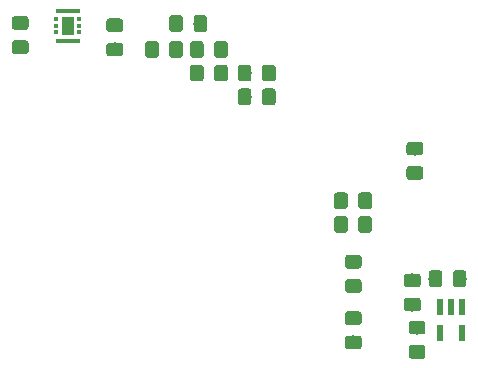
<source format=gbr>
G04 #@! TF.GenerationSoftware,KiCad,Pcbnew,5.0.1*
G04 #@! TF.CreationDate,2019-02-12T17:29:55-06:00*
G04 #@! TF.ProjectId,EFM,45464D2E6B696361645F706362000000,rev?*
G04 #@! TF.SameCoordinates,Original*
G04 #@! TF.FileFunction,Paste,Bot*
G04 #@! TF.FilePolarity,Positive*
%FSLAX46Y46*%
G04 Gerber Fmt 4.6, Leading zero omitted, Abs format (unit mm)*
G04 Created by KiCad (PCBNEW 5.0.1) date Tue 12 Feb 2019 05:29:55 PM CST*
%MOMM*%
%LPD*%
G01*
G04 APERTURE LIST*
%ADD10C,0.100000*%
%ADD11C,1.150000*%
%ADD12R,0.558800X1.473200*%
%ADD13R,1.100000X1.500000*%
%ADD14R,0.375000X0.350000*%
%ADD15R,2.100000X0.350000*%
G04 APERTURE END LIST*
D10*
G04 #@! TO.C,C1*
G36*
X237074505Y-70026204D02*
X237098773Y-70029804D01*
X237122572Y-70035765D01*
X237145671Y-70044030D01*
X237167850Y-70054520D01*
X237188893Y-70067132D01*
X237208599Y-70081747D01*
X237226777Y-70098223D01*
X237243253Y-70116401D01*
X237257868Y-70136107D01*
X237270480Y-70157150D01*
X237280970Y-70179329D01*
X237289235Y-70202428D01*
X237295196Y-70226227D01*
X237298796Y-70250495D01*
X237300000Y-70274999D01*
X237300000Y-70925001D01*
X237298796Y-70949505D01*
X237295196Y-70973773D01*
X237289235Y-70997572D01*
X237280970Y-71020671D01*
X237270480Y-71042850D01*
X237257868Y-71063893D01*
X237243253Y-71083599D01*
X237226777Y-71101777D01*
X237208599Y-71118253D01*
X237188893Y-71132868D01*
X237167850Y-71145480D01*
X237145671Y-71155970D01*
X237122572Y-71164235D01*
X237098773Y-71170196D01*
X237074505Y-71173796D01*
X237050001Y-71175000D01*
X236149999Y-71175000D01*
X236125495Y-71173796D01*
X236101227Y-71170196D01*
X236077428Y-71164235D01*
X236054329Y-71155970D01*
X236032150Y-71145480D01*
X236011107Y-71132868D01*
X235991401Y-71118253D01*
X235973223Y-71101777D01*
X235956747Y-71083599D01*
X235942132Y-71063893D01*
X235929520Y-71042850D01*
X235919030Y-71020671D01*
X235910765Y-70997572D01*
X235904804Y-70973773D01*
X235901204Y-70949505D01*
X235900000Y-70925001D01*
X235900000Y-70274999D01*
X235901204Y-70250495D01*
X235904804Y-70226227D01*
X235910765Y-70202428D01*
X235919030Y-70179329D01*
X235929520Y-70157150D01*
X235942132Y-70136107D01*
X235956747Y-70116401D01*
X235973223Y-70098223D01*
X235991401Y-70081747D01*
X236011107Y-70067132D01*
X236032150Y-70054520D01*
X236054329Y-70044030D01*
X236077428Y-70035765D01*
X236101227Y-70029804D01*
X236125495Y-70026204D01*
X236149999Y-70025000D01*
X237050001Y-70025000D01*
X237074505Y-70026204D01*
X237074505Y-70026204D01*
G37*
D11*
X236600000Y-70600000D03*
D10*
G36*
X237074505Y-67976204D02*
X237098773Y-67979804D01*
X237122572Y-67985765D01*
X237145671Y-67994030D01*
X237167850Y-68004520D01*
X237188893Y-68017132D01*
X237208599Y-68031747D01*
X237226777Y-68048223D01*
X237243253Y-68066401D01*
X237257868Y-68086107D01*
X237270480Y-68107150D01*
X237280970Y-68129329D01*
X237289235Y-68152428D01*
X237295196Y-68176227D01*
X237298796Y-68200495D01*
X237300000Y-68224999D01*
X237300000Y-68875001D01*
X237298796Y-68899505D01*
X237295196Y-68923773D01*
X237289235Y-68947572D01*
X237280970Y-68970671D01*
X237270480Y-68992850D01*
X237257868Y-69013893D01*
X237243253Y-69033599D01*
X237226777Y-69051777D01*
X237208599Y-69068253D01*
X237188893Y-69082868D01*
X237167850Y-69095480D01*
X237145671Y-69105970D01*
X237122572Y-69114235D01*
X237098773Y-69120196D01*
X237074505Y-69123796D01*
X237050001Y-69125000D01*
X236149999Y-69125000D01*
X236125495Y-69123796D01*
X236101227Y-69120196D01*
X236077428Y-69114235D01*
X236054329Y-69105970D01*
X236032150Y-69095480D01*
X236011107Y-69082868D01*
X235991401Y-69068253D01*
X235973223Y-69051777D01*
X235956747Y-69033599D01*
X235942132Y-69013893D01*
X235929520Y-68992850D01*
X235919030Y-68970671D01*
X235910765Y-68947572D01*
X235904804Y-68923773D01*
X235901204Y-68899505D01*
X235900000Y-68875001D01*
X235900000Y-68224999D01*
X235901204Y-68200495D01*
X235904804Y-68176227D01*
X235910765Y-68152428D01*
X235919030Y-68129329D01*
X235929520Y-68107150D01*
X235942132Y-68086107D01*
X235956747Y-68066401D01*
X235973223Y-68048223D01*
X235991401Y-68031747D01*
X236011107Y-68017132D01*
X236032150Y-68004520D01*
X236054329Y-67994030D01*
X236077428Y-67985765D01*
X236101227Y-67979804D01*
X236125495Y-67976204D01*
X236149999Y-67975000D01*
X237050001Y-67975000D01*
X237074505Y-67976204D01*
X237074505Y-67976204D01*
G37*
D11*
X236600000Y-68550000D03*
G04 #@! TD*
D10*
G04 #@! TO.C,C2*
G36*
X240949505Y-67701204D02*
X240973773Y-67704804D01*
X240997572Y-67710765D01*
X241020671Y-67719030D01*
X241042850Y-67729520D01*
X241063893Y-67742132D01*
X241083599Y-67756747D01*
X241101777Y-67773223D01*
X241118253Y-67791401D01*
X241132868Y-67811107D01*
X241145480Y-67832150D01*
X241155970Y-67854329D01*
X241164235Y-67877428D01*
X241170196Y-67901227D01*
X241173796Y-67925495D01*
X241175000Y-67949999D01*
X241175000Y-68850001D01*
X241173796Y-68874505D01*
X241170196Y-68898773D01*
X241164235Y-68922572D01*
X241155970Y-68945671D01*
X241145480Y-68967850D01*
X241132868Y-68988893D01*
X241118253Y-69008599D01*
X241101777Y-69026777D01*
X241083599Y-69043253D01*
X241063893Y-69057868D01*
X241042850Y-69070480D01*
X241020671Y-69080970D01*
X240997572Y-69089235D01*
X240973773Y-69095196D01*
X240949505Y-69098796D01*
X240925001Y-69100000D01*
X240274999Y-69100000D01*
X240250495Y-69098796D01*
X240226227Y-69095196D01*
X240202428Y-69089235D01*
X240179329Y-69080970D01*
X240157150Y-69070480D01*
X240136107Y-69057868D01*
X240116401Y-69043253D01*
X240098223Y-69026777D01*
X240081747Y-69008599D01*
X240067132Y-68988893D01*
X240054520Y-68967850D01*
X240044030Y-68945671D01*
X240035765Y-68922572D01*
X240029804Y-68898773D01*
X240026204Y-68874505D01*
X240025000Y-68850001D01*
X240025000Y-67949999D01*
X240026204Y-67925495D01*
X240029804Y-67901227D01*
X240035765Y-67877428D01*
X240044030Y-67854329D01*
X240054520Y-67832150D01*
X240067132Y-67811107D01*
X240081747Y-67791401D01*
X240098223Y-67773223D01*
X240116401Y-67756747D01*
X240136107Y-67742132D01*
X240157150Y-67729520D01*
X240179329Y-67719030D01*
X240202428Y-67710765D01*
X240226227Y-67704804D01*
X240250495Y-67701204D01*
X240274999Y-67700000D01*
X240925001Y-67700000D01*
X240949505Y-67701204D01*
X240949505Y-67701204D01*
G37*
D11*
X240600000Y-68400000D03*
D10*
G36*
X238899505Y-67701204D02*
X238923773Y-67704804D01*
X238947572Y-67710765D01*
X238970671Y-67719030D01*
X238992850Y-67729520D01*
X239013893Y-67742132D01*
X239033599Y-67756747D01*
X239051777Y-67773223D01*
X239068253Y-67791401D01*
X239082868Y-67811107D01*
X239095480Y-67832150D01*
X239105970Y-67854329D01*
X239114235Y-67877428D01*
X239120196Y-67901227D01*
X239123796Y-67925495D01*
X239125000Y-67949999D01*
X239125000Y-68850001D01*
X239123796Y-68874505D01*
X239120196Y-68898773D01*
X239114235Y-68922572D01*
X239105970Y-68945671D01*
X239095480Y-68967850D01*
X239082868Y-68988893D01*
X239068253Y-69008599D01*
X239051777Y-69026777D01*
X239033599Y-69043253D01*
X239013893Y-69057868D01*
X238992850Y-69070480D01*
X238970671Y-69080970D01*
X238947572Y-69089235D01*
X238923773Y-69095196D01*
X238899505Y-69098796D01*
X238875001Y-69100000D01*
X238224999Y-69100000D01*
X238200495Y-69098796D01*
X238176227Y-69095196D01*
X238152428Y-69089235D01*
X238129329Y-69080970D01*
X238107150Y-69070480D01*
X238086107Y-69057868D01*
X238066401Y-69043253D01*
X238048223Y-69026777D01*
X238031747Y-69008599D01*
X238017132Y-68988893D01*
X238004520Y-68967850D01*
X237994030Y-68945671D01*
X237985765Y-68922572D01*
X237979804Y-68898773D01*
X237976204Y-68874505D01*
X237975000Y-68850001D01*
X237975000Y-67949999D01*
X237976204Y-67925495D01*
X237979804Y-67901227D01*
X237985765Y-67877428D01*
X237994030Y-67854329D01*
X238004520Y-67832150D01*
X238017132Y-67811107D01*
X238031747Y-67791401D01*
X238048223Y-67773223D01*
X238066401Y-67756747D01*
X238086107Y-67742132D01*
X238107150Y-67729520D01*
X238129329Y-67719030D01*
X238152428Y-67710765D01*
X238176227Y-67704804D01*
X238200495Y-67701204D01*
X238224999Y-67700000D01*
X238875001Y-67700000D01*
X238899505Y-67701204D01*
X238899505Y-67701204D01*
G37*
D11*
X238550000Y-68400000D03*
G04 #@! TD*
D10*
G04 #@! TO.C,C3*
G36*
X230899505Y-61101204D02*
X230923773Y-61104804D01*
X230947572Y-61110765D01*
X230970671Y-61119030D01*
X230992850Y-61129520D01*
X231013893Y-61142132D01*
X231033599Y-61156747D01*
X231051777Y-61173223D01*
X231068253Y-61191401D01*
X231082868Y-61211107D01*
X231095480Y-61232150D01*
X231105970Y-61254329D01*
X231114235Y-61277428D01*
X231120196Y-61301227D01*
X231123796Y-61325495D01*
X231125000Y-61349999D01*
X231125000Y-62250001D01*
X231123796Y-62274505D01*
X231120196Y-62298773D01*
X231114235Y-62322572D01*
X231105970Y-62345671D01*
X231095480Y-62367850D01*
X231082868Y-62388893D01*
X231068253Y-62408599D01*
X231051777Y-62426777D01*
X231033599Y-62443253D01*
X231013893Y-62457868D01*
X230992850Y-62470480D01*
X230970671Y-62480970D01*
X230947572Y-62489235D01*
X230923773Y-62495196D01*
X230899505Y-62498796D01*
X230875001Y-62500000D01*
X230224999Y-62500000D01*
X230200495Y-62498796D01*
X230176227Y-62495196D01*
X230152428Y-62489235D01*
X230129329Y-62480970D01*
X230107150Y-62470480D01*
X230086107Y-62457868D01*
X230066401Y-62443253D01*
X230048223Y-62426777D01*
X230031747Y-62408599D01*
X230017132Y-62388893D01*
X230004520Y-62367850D01*
X229994030Y-62345671D01*
X229985765Y-62322572D01*
X229979804Y-62298773D01*
X229976204Y-62274505D01*
X229975000Y-62250001D01*
X229975000Y-61349999D01*
X229976204Y-61325495D01*
X229979804Y-61301227D01*
X229985765Y-61277428D01*
X229994030Y-61254329D01*
X230004520Y-61232150D01*
X230017132Y-61211107D01*
X230031747Y-61191401D01*
X230048223Y-61173223D01*
X230066401Y-61156747D01*
X230086107Y-61142132D01*
X230107150Y-61129520D01*
X230129329Y-61119030D01*
X230152428Y-61110765D01*
X230176227Y-61104804D01*
X230200495Y-61101204D01*
X230224999Y-61100000D01*
X230875001Y-61100000D01*
X230899505Y-61101204D01*
X230899505Y-61101204D01*
G37*
D11*
X230550000Y-61800000D03*
D10*
G36*
X232949505Y-61101204D02*
X232973773Y-61104804D01*
X232997572Y-61110765D01*
X233020671Y-61119030D01*
X233042850Y-61129520D01*
X233063893Y-61142132D01*
X233083599Y-61156747D01*
X233101777Y-61173223D01*
X233118253Y-61191401D01*
X233132868Y-61211107D01*
X233145480Y-61232150D01*
X233155970Y-61254329D01*
X233164235Y-61277428D01*
X233170196Y-61301227D01*
X233173796Y-61325495D01*
X233175000Y-61349999D01*
X233175000Y-62250001D01*
X233173796Y-62274505D01*
X233170196Y-62298773D01*
X233164235Y-62322572D01*
X233155970Y-62345671D01*
X233145480Y-62367850D01*
X233132868Y-62388893D01*
X233118253Y-62408599D01*
X233101777Y-62426777D01*
X233083599Y-62443253D01*
X233063893Y-62457868D01*
X233042850Y-62470480D01*
X233020671Y-62480970D01*
X232997572Y-62489235D01*
X232973773Y-62495196D01*
X232949505Y-62498796D01*
X232925001Y-62500000D01*
X232274999Y-62500000D01*
X232250495Y-62498796D01*
X232226227Y-62495196D01*
X232202428Y-62489235D01*
X232179329Y-62480970D01*
X232157150Y-62470480D01*
X232136107Y-62457868D01*
X232116401Y-62443253D01*
X232098223Y-62426777D01*
X232081747Y-62408599D01*
X232067132Y-62388893D01*
X232054520Y-62367850D01*
X232044030Y-62345671D01*
X232035765Y-62322572D01*
X232029804Y-62298773D01*
X232026204Y-62274505D01*
X232025000Y-62250001D01*
X232025000Y-61349999D01*
X232026204Y-61325495D01*
X232029804Y-61301227D01*
X232035765Y-61277428D01*
X232044030Y-61254329D01*
X232054520Y-61232150D01*
X232067132Y-61211107D01*
X232081747Y-61191401D01*
X232098223Y-61173223D01*
X232116401Y-61156747D01*
X232136107Y-61142132D01*
X232157150Y-61129520D01*
X232179329Y-61119030D01*
X232202428Y-61110765D01*
X232226227Y-61104804D01*
X232250495Y-61101204D01*
X232274999Y-61100000D01*
X232925001Y-61100000D01*
X232949505Y-61101204D01*
X232949505Y-61101204D01*
G37*
D11*
X232600000Y-61800000D03*
G04 #@! TD*
D10*
G04 #@! TO.C,C4*
G36*
X203874505Y-46176204D02*
X203898773Y-46179804D01*
X203922572Y-46185765D01*
X203945671Y-46194030D01*
X203967850Y-46204520D01*
X203988893Y-46217132D01*
X204008599Y-46231747D01*
X204026777Y-46248223D01*
X204043253Y-46266401D01*
X204057868Y-46286107D01*
X204070480Y-46307150D01*
X204080970Y-46329329D01*
X204089235Y-46352428D01*
X204095196Y-46376227D01*
X204098796Y-46400495D01*
X204100000Y-46424999D01*
X204100000Y-47075001D01*
X204098796Y-47099505D01*
X204095196Y-47123773D01*
X204089235Y-47147572D01*
X204080970Y-47170671D01*
X204070480Y-47192850D01*
X204057868Y-47213893D01*
X204043253Y-47233599D01*
X204026777Y-47251777D01*
X204008599Y-47268253D01*
X203988893Y-47282868D01*
X203967850Y-47295480D01*
X203945671Y-47305970D01*
X203922572Y-47314235D01*
X203898773Y-47320196D01*
X203874505Y-47323796D01*
X203850001Y-47325000D01*
X202949999Y-47325000D01*
X202925495Y-47323796D01*
X202901227Y-47320196D01*
X202877428Y-47314235D01*
X202854329Y-47305970D01*
X202832150Y-47295480D01*
X202811107Y-47282868D01*
X202791401Y-47268253D01*
X202773223Y-47251777D01*
X202756747Y-47233599D01*
X202742132Y-47213893D01*
X202729520Y-47192850D01*
X202719030Y-47170671D01*
X202710765Y-47147572D01*
X202704804Y-47123773D01*
X202701204Y-47099505D01*
X202700000Y-47075001D01*
X202700000Y-46424999D01*
X202701204Y-46400495D01*
X202704804Y-46376227D01*
X202710765Y-46352428D01*
X202719030Y-46329329D01*
X202729520Y-46307150D01*
X202742132Y-46286107D01*
X202756747Y-46266401D01*
X202773223Y-46248223D01*
X202791401Y-46231747D01*
X202811107Y-46217132D01*
X202832150Y-46204520D01*
X202854329Y-46194030D01*
X202877428Y-46185765D01*
X202901227Y-46179804D01*
X202925495Y-46176204D01*
X202949999Y-46175000D01*
X203850001Y-46175000D01*
X203874505Y-46176204D01*
X203874505Y-46176204D01*
G37*
D11*
X203400000Y-46750000D03*
D10*
G36*
X203874505Y-48226204D02*
X203898773Y-48229804D01*
X203922572Y-48235765D01*
X203945671Y-48244030D01*
X203967850Y-48254520D01*
X203988893Y-48267132D01*
X204008599Y-48281747D01*
X204026777Y-48298223D01*
X204043253Y-48316401D01*
X204057868Y-48336107D01*
X204070480Y-48357150D01*
X204080970Y-48379329D01*
X204089235Y-48402428D01*
X204095196Y-48426227D01*
X204098796Y-48450495D01*
X204100000Y-48474999D01*
X204100000Y-49125001D01*
X204098796Y-49149505D01*
X204095196Y-49173773D01*
X204089235Y-49197572D01*
X204080970Y-49220671D01*
X204070480Y-49242850D01*
X204057868Y-49263893D01*
X204043253Y-49283599D01*
X204026777Y-49301777D01*
X204008599Y-49318253D01*
X203988893Y-49332868D01*
X203967850Y-49345480D01*
X203945671Y-49355970D01*
X203922572Y-49364235D01*
X203898773Y-49370196D01*
X203874505Y-49373796D01*
X203850001Y-49375000D01*
X202949999Y-49375000D01*
X202925495Y-49373796D01*
X202901227Y-49370196D01*
X202877428Y-49364235D01*
X202854329Y-49355970D01*
X202832150Y-49345480D01*
X202811107Y-49332868D01*
X202791401Y-49318253D01*
X202773223Y-49301777D01*
X202756747Y-49283599D01*
X202742132Y-49263893D01*
X202729520Y-49242850D01*
X202719030Y-49220671D01*
X202710765Y-49197572D01*
X202704804Y-49173773D01*
X202701204Y-49149505D01*
X202700000Y-49125001D01*
X202700000Y-48474999D01*
X202701204Y-48450495D01*
X202704804Y-48426227D01*
X202710765Y-48402428D01*
X202719030Y-48379329D01*
X202729520Y-48357150D01*
X202742132Y-48336107D01*
X202756747Y-48316401D01*
X202773223Y-48298223D01*
X202791401Y-48281747D01*
X202811107Y-48267132D01*
X202832150Y-48254520D01*
X202854329Y-48244030D01*
X202877428Y-48235765D01*
X202901227Y-48229804D01*
X202925495Y-48226204D01*
X202949999Y-48225000D01*
X203850001Y-48225000D01*
X203874505Y-48226204D01*
X203874505Y-48226204D01*
G37*
D11*
X203400000Y-48800000D03*
G04 #@! TD*
D10*
G04 #@! TO.C,C5*
G36*
X211874505Y-48426204D02*
X211898773Y-48429804D01*
X211922572Y-48435765D01*
X211945671Y-48444030D01*
X211967850Y-48454520D01*
X211988893Y-48467132D01*
X212008599Y-48481747D01*
X212026777Y-48498223D01*
X212043253Y-48516401D01*
X212057868Y-48536107D01*
X212070480Y-48557150D01*
X212080970Y-48579329D01*
X212089235Y-48602428D01*
X212095196Y-48626227D01*
X212098796Y-48650495D01*
X212100000Y-48674999D01*
X212100000Y-49325001D01*
X212098796Y-49349505D01*
X212095196Y-49373773D01*
X212089235Y-49397572D01*
X212080970Y-49420671D01*
X212070480Y-49442850D01*
X212057868Y-49463893D01*
X212043253Y-49483599D01*
X212026777Y-49501777D01*
X212008599Y-49518253D01*
X211988893Y-49532868D01*
X211967850Y-49545480D01*
X211945671Y-49555970D01*
X211922572Y-49564235D01*
X211898773Y-49570196D01*
X211874505Y-49573796D01*
X211850001Y-49575000D01*
X210949999Y-49575000D01*
X210925495Y-49573796D01*
X210901227Y-49570196D01*
X210877428Y-49564235D01*
X210854329Y-49555970D01*
X210832150Y-49545480D01*
X210811107Y-49532868D01*
X210791401Y-49518253D01*
X210773223Y-49501777D01*
X210756747Y-49483599D01*
X210742132Y-49463893D01*
X210729520Y-49442850D01*
X210719030Y-49420671D01*
X210710765Y-49397572D01*
X210704804Y-49373773D01*
X210701204Y-49349505D01*
X210700000Y-49325001D01*
X210700000Y-48674999D01*
X210701204Y-48650495D01*
X210704804Y-48626227D01*
X210710765Y-48602428D01*
X210719030Y-48579329D01*
X210729520Y-48557150D01*
X210742132Y-48536107D01*
X210756747Y-48516401D01*
X210773223Y-48498223D01*
X210791401Y-48481747D01*
X210811107Y-48467132D01*
X210832150Y-48454520D01*
X210854329Y-48444030D01*
X210877428Y-48435765D01*
X210901227Y-48429804D01*
X210925495Y-48426204D01*
X210949999Y-48425000D01*
X211850001Y-48425000D01*
X211874505Y-48426204D01*
X211874505Y-48426204D01*
G37*
D11*
X211400000Y-49000000D03*
D10*
G36*
X211874505Y-46376204D02*
X211898773Y-46379804D01*
X211922572Y-46385765D01*
X211945671Y-46394030D01*
X211967850Y-46404520D01*
X211988893Y-46417132D01*
X212008599Y-46431747D01*
X212026777Y-46448223D01*
X212043253Y-46466401D01*
X212057868Y-46486107D01*
X212070480Y-46507150D01*
X212080970Y-46529329D01*
X212089235Y-46552428D01*
X212095196Y-46576227D01*
X212098796Y-46600495D01*
X212100000Y-46624999D01*
X212100000Y-47275001D01*
X212098796Y-47299505D01*
X212095196Y-47323773D01*
X212089235Y-47347572D01*
X212080970Y-47370671D01*
X212070480Y-47392850D01*
X212057868Y-47413893D01*
X212043253Y-47433599D01*
X212026777Y-47451777D01*
X212008599Y-47468253D01*
X211988893Y-47482868D01*
X211967850Y-47495480D01*
X211945671Y-47505970D01*
X211922572Y-47514235D01*
X211898773Y-47520196D01*
X211874505Y-47523796D01*
X211850001Y-47525000D01*
X210949999Y-47525000D01*
X210925495Y-47523796D01*
X210901227Y-47520196D01*
X210877428Y-47514235D01*
X210854329Y-47505970D01*
X210832150Y-47495480D01*
X210811107Y-47482868D01*
X210791401Y-47468253D01*
X210773223Y-47451777D01*
X210756747Y-47433599D01*
X210742132Y-47413893D01*
X210729520Y-47392850D01*
X210719030Y-47370671D01*
X210710765Y-47347572D01*
X210704804Y-47323773D01*
X210701204Y-47299505D01*
X210700000Y-47275001D01*
X210700000Y-46624999D01*
X210701204Y-46600495D01*
X210704804Y-46576227D01*
X210710765Y-46552428D01*
X210719030Y-46529329D01*
X210729520Y-46507150D01*
X210742132Y-46486107D01*
X210756747Y-46466401D01*
X210773223Y-46448223D01*
X210791401Y-46431747D01*
X210811107Y-46417132D01*
X210832150Y-46404520D01*
X210854329Y-46394030D01*
X210877428Y-46385765D01*
X210901227Y-46379804D01*
X210925495Y-46376204D01*
X210949999Y-46375000D01*
X211850001Y-46375000D01*
X211874505Y-46376204D01*
X211874505Y-46376204D01*
G37*
D11*
X211400000Y-46950000D03*
G04 #@! TD*
D10*
G04 #@! TO.C,C6*
G36*
X237474505Y-74026204D02*
X237498773Y-74029804D01*
X237522572Y-74035765D01*
X237545671Y-74044030D01*
X237567850Y-74054520D01*
X237588893Y-74067132D01*
X237608599Y-74081747D01*
X237626777Y-74098223D01*
X237643253Y-74116401D01*
X237657868Y-74136107D01*
X237670480Y-74157150D01*
X237680970Y-74179329D01*
X237689235Y-74202428D01*
X237695196Y-74226227D01*
X237698796Y-74250495D01*
X237700000Y-74274999D01*
X237700000Y-74925001D01*
X237698796Y-74949505D01*
X237695196Y-74973773D01*
X237689235Y-74997572D01*
X237680970Y-75020671D01*
X237670480Y-75042850D01*
X237657868Y-75063893D01*
X237643253Y-75083599D01*
X237626777Y-75101777D01*
X237608599Y-75118253D01*
X237588893Y-75132868D01*
X237567850Y-75145480D01*
X237545671Y-75155970D01*
X237522572Y-75164235D01*
X237498773Y-75170196D01*
X237474505Y-75173796D01*
X237450001Y-75175000D01*
X236549999Y-75175000D01*
X236525495Y-75173796D01*
X236501227Y-75170196D01*
X236477428Y-75164235D01*
X236454329Y-75155970D01*
X236432150Y-75145480D01*
X236411107Y-75132868D01*
X236391401Y-75118253D01*
X236373223Y-75101777D01*
X236356747Y-75083599D01*
X236342132Y-75063893D01*
X236329520Y-75042850D01*
X236319030Y-75020671D01*
X236310765Y-74997572D01*
X236304804Y-74973773D01*
X236301204Y-74949505D01*
X236300000Y-74925001D01*
X236300000Y-74274999D01*
X236301204Y-74250495D01*
X236304804Y-74226227D01*
X236310765Y-74202428D01*
X236319030Y-74179329D01*
X236329520Y-74157150D01*
X236342132Y-74136107D01*
X236356747Y-74116401D01*
X236373223Y-74098223D01*
X236391401Y-74081747D01*
X236411107Y-74067132D01*
X236432150Y-74054520D01*
X236454329Y-74044030D01*
X236477428Y-74035765D01*
X236501227Y-74029804D01*
X236525495Y-74026204D01*
X236549999Y-74025000D01*
X237450001Y-74025000D01*
X237474505Y-74026204D01*
X237474505Y-74026204D01*
G37*
D11*
X237000000Y-74600000D03*
D10*
G36*
X237474505Y-71976204D02*
X237498773Y-71979804D01*
X237522572Y-71985765D01*
X237545671Y-71994030D01*
X237567850Y-72004520D01*
X237588893Y-72017132D01*
X237608599Y-72031747D01*
X237626777Y-72048223D01*
X237643253Y-72066401D01*
X237657868Y-72086107D01*
X237670480Y-72107150D01*
X237680970Y-72129329D01*
X237689235Y-72152428D01*
X237695196Y-72176227D01*
X237698796Y-72200495D01*
X237700000Y-72224999D01*
X237700000Y-72875001D01*
X237698796Y-72899505D01*
X237695196Y-72923773D01*
X237689235Y-72947572D01*
X237680970Y-72970671D01*
X237670480Y-72992850D01*
X237657868Y-73013893D01*
X237643253Y-73033599D01*
X237626777Y-73051777D01*
X237608599Y-73068253D01*
X237588893Y-73082868D01*
X237567850Y-73095480D01*
X237545671Y-73105970D01*
X237522572Y-73114235D01*
X237498773Y-73120196D01*
X237474505Y-73123796D01*
X237450001Y-73125000D01*
X236549999Y-73125000D01*
X236525495Y-73123796D01*
X236501227Y-73120196D01*
X236477428Y-73114235D01*
X236454329Y-73105970D01*
X236432150Y-73095480D01*
X236411107Y-73082868D01*
X236391401Y-73068253D01*
X236373223Y-73051777D01*
X236356747Y-73033599D01*
X236342132Y-73013893D01*
X236329520Y-72992850D01*
X236319030Y-72970671D01*
X236310765Y-72947572D01*
X236304804Y-72923773D01*
X236301204Y-72899505D01*
X236300000Y-72875001D01*
X236300000Y-72224999D01*
X236301204Y-72200495D01*
X236304804Y-72176227D01*
X236310765Y-72152428D01*
X236319030Y-72129329D01*
X236329520Y-72107150D01*
X236342132Y-72086107D01*
X236356747Y-72066401D01*
X236373223Y-72048223D01*
X236391401Y-72031747D01*
X236411107Y-72017132D01*
X236432150Y-72004520D01*
X236454329Y-71994030D01*
X236477428Y-71985765D01*
X236501227Y-71979804D01*
X236525495Y-71976204D01*
X236549999Y-71975000D01*
X237450001Y-71975000D01*
X237474505Y-71976204D01*
X237474505Y-71976204D01*
G37*
D11*
X237000000Y-72550000D03*
G04 #@! TD*
D10*
G04 #@! TO.C,C7*
G36*
X218999505Y-46101204D02*
X219023773Y-46104804D01*
X219047572Y-46110765D01*
X219070671Y-46119030D01*
X219092850Y-46129520D01*
X219113893Y-46142132D01*
X219133599Y-46156747D01*
X219151777Y-46173223D01*
X219168253Y-46191401D01*
X219182868Y-46211107D01*
X219195480Y-46232150D01*
X219205970Y-46254329D01*
X219214235Y-46277428D01*
X219220196Y-46301227D01*
X219223796Y-46325495D01*
X219225000Y-46349999D01*
X219225000Y-47250001D01*
X219223796Y-47274505D01*
X219220196Y-47298773D01*
X219214235Y-47322572D01*
X219205970Y-47345671D01*
X219195480Y-47367850D01*
X219182868Y-47388893D01*
X219168253Y-47408599D01*
X219151777Y-47426777D01*
X219133599Y-47443253D01*
X219113893Y-47457868D01*
X219092850Y-47470480D01*
X219070671Y-47480970D01*
X219047572Y-47489235D01*
X219023773Y-47495196D01*
X218999505Y-47498796D01*
X218975001Y-47500000D01*
X218324999Y-47500000D01*
X218300495Y-47498796D01*
X218276227Y-47495196D01*
X218252428Y-47489235D01*
X218229329Y-47480970D01*
X218207150Y-47470480D01*
X218186107Y-47457868D01*
X218166401Y-47443253D01*
X218148223Y-47426777D01*
X218131747Y-47408599D01*
X218117132Y-47388893D01*
X218104520Y-47367850D01*
X218094030Y-47345671D01*
X218085765Y-47322572D01*
X218079804Y-47298773D01*
X218076204Y-47274505D01*
X218075000Y-47250001D01*
X218075000Y-46349999D01*
X218076204Y-46325495D01*
X218079804Y-46301227D01*
X218085765Y-46277428D01*
X218094030Y-46254329D01*
X218104520Y-46232150D01*
X218117132Y-46211107D01*
X218131747Y-46191401D01*
X218148223Y-46173223D01*
X218166401Y-46156747D01*
X218186107Y-46142132D01*
X218207150Y-46129520D01*
X218229329Y-46119030D01*
X218252428Y-46110765D01*
X218276227Y-46104804D01*
X218300495Y-46101204D01*
X218324999Y-46100000D01*
X218975001Y-46100000D01*
X218999505Y-46101204D01*
X218999505Y-46101204D01*
G37*
D11*
X218650000Y-46800000D03*
D10*
G36*
X216949505Y-46101204D02*
X216973773Y-46104804D01*
X216997572Y-46110765D01*
X217020671Y-46119030D01*
X217042850Y-46129520D01*
X217063893Y-46142132D01*
X217083599Y-46156747D01*
X217101777Y-46173223D01*
X217118253Y-46191401D01*
X217132868Y-46211107D01*
X217145480Y-46232150D01*
X217155970Y-46254329D01*
X217164235Y-46277428D01*
X217170196Y-46301227D01*
X217173796Y-46325495D01*
X217175000Y-46349999D01*
X217175000Y-47250001D01*
X217173796Y-47274505D01*
X217170196Y-47298773D01*
X217164235Y-47322572D01*
X217155970Y-47345671D01*
X217145480Y-47367850D01*
X217132868Y-47388893D01*
X217118253Y-47408599D01*
X217101777Y-47426777D01*
X217083599Y-47443253D01*
X217063893Y-47457868D01*
X217042850Y-47470480D01*
X217020671Y-47480970D01*
X216997572Y-47489235D01*
X216973773Y-47495196D01*
X216949505Y-47498796D01*
X216925001Y-47500000D01*
X216274999Y-47500000D01*
X216250495Y-47498796D01*
X216226227Y-47495196D01*
X216202428Y-47489235D01*
X216179329Y-47480970D01*
X216157150Y-47470480D01*
X216136107Y-47457868D01*
X216116401Y-47443253D01*
X216098223Y-47426777D01*
X216081747Y-47408599D01*
X216067132Y-47388893D01*
X216054520Y-47367850D01*
X216044030Y-47345671D01*
X216035765Y-47322572D01*
X216029804Y-47298773D01*
X216026204Y-47274505D01*
X216025000Y-47250001D01*
X216025000Y-46349999D01*
X216026204Y-46325495D01*
X216029804Y-46301227D01*
X216035765Y-46277428D01*
X216044030Y-46254329D01*
X216054520Y-46232150D01*
X216067132Y-46211107D01*
X216081747Y-46191401D01*
X216098223Y-46173223D01*
X216116401Y-46156747D01*
X216136107Y-46142132D01*
X216157150Y-46129520D01*
X216179329Y-46119030D01*
X216202428Y-46110765D01*
X216226227Y-46104804D01*
X216250495Y-46101204D01*
X216274999Y-46100000D01*
X216925001Y-46100000D01*
X216949505Y-46101204D01*
X216949505Y-46101204D01*
G37*
D11*
X216600000Y-46800000D03*
G04 #@! TD*
D10*
G04 #@! TO.C,C8*
G36*
X220749505Y-48301204D02*
X220773773Y-48304804D01*
X220797572Y-48310765D01*
X220820671Y-48319030D01*
X220842850Y-48329520D01*
X220863893Y-48342132D01*
X220883599Y-48356747D01*
X220901777Y-48373223D01*
X220918253Y-48391401D01*
X220932868Y-48411107D01*
X220945480Y-48432150D01*
X220955970Y-48454329D01*
X220964235Y-48477428D01*
X220970196Y-48501227D01*
X220973796Y-48525495D01*
X220975000Y-48549999D01*
X220975000Y-49450001D01*
X220973796Y-49474505D01*
X220970196Y-49498773D01*
X220964235Y-49522572D01*
X220955970Y-49545671D01*
X220945480Y-49567850D01*
X220932868Y-49588893D01*
X220918253Y-49608599D01*
X220901777Y-49626777D01*
X220883599Y-49643253D01*
X220863893Y-49657868D01*
X220842850Y-49670480D01*
X220820671Y-49680970D01*
X220797572Y-49689235D01*
X220773773Y-49695196D01*
X220749505Y-49698796D01*
X220725001Y-49700000D01*
X220074999Y-49700000D01*
X220050495Y-49698796D01*
X220026227Y-49695196D01*
X220002428Y-49689235D01*
X219979329Y-49680970D01*
X219957150Y-49670480D01*
X219936107Y-49657868D01*
X219916401Y-49643253D01*
X219898223Y-49626777D01*
X219881747Y-49608599D01*
X219867132Y-49588893D01*
X219854520Y-49567850D01*
X219844030Y-49545671D01*
X219835765Y-49522572D01*
X219829804Y-49498773D01*
X219826204Y-49474505D01*
X219825000Y-49450001D01*
X219825000Y-48549999D01*
X219826204Y-48525495D01*
X219829804Y-48501227D01*
X219835765Y-48477428D01*
X219844030Y-48454329D01*
X219854520Y-48432150D01*
X219867132Y-48411107D01*
X219881747Y-48391401D01*
X219898223Y-48373223D01*
X219916401Y-48356747D01*
X219936107Y-48342132D01*
X219957150Y-48329520D01*
X219979329Y-48319030D01*
X220002428Y-48310765D01*
X220026227Y-48304804D01*
X220050495Y-48301204D01*
X220074999Y-48300000D01*
X220725001Y-48300000D01*
X220749505Y-48301204D01*
X220749505Y-48301204D01*
G37*
D11*
X220400000Y-49000000D03*
D10*
G36*
X218699505Y-48301204D02*
X218723773Y-48304804D01*
X218747572Y-48310765D01*
X218770671Y-48319030D01*
X218792850Y-48329520D01*
X218813893Y-48342132D01*
X218833599Y-48356747D01*
X218851777Y-48373223D01*
X218868253Y-48391401D01*
X218882868Y-48411107D01*
X218895480Y-48432150D01*
X218905970Y-48454329D01*
X218914235Y-48477428D01*
X218920196Y-48501227D01*
X218923796Y-48525495D01*
X218925000Y-48549999D01*
X218925000Y-49450001D01*
X218923796Y-49474505D01*
X218920196Y-49498773D01*
X218914235Y-49522572D01*
X218905970Y-49545671D01*
X218895480Y-49567850D01*
X218882868Y-49588893D01*
X218868253Y-49608599D01*
X218851777Y-49626777D01*
X218833599Y-49643253D01*
X218813893Y-49657868D01*
X218792850Y-49670480D01*
X218770671Y-49680970D01*
X218747572Y-49689235D01*
X218723773Y-49695196D01*
X218699505Y-49698796D01*
X218675001Y-49700000D01*
X218024999Y-49700000D01*
X218000495Y-49698796D01*
X217976227Y-49695196D01*
X217952428Y-49689235D01*
X217929329Y-49680970D01*
X217907150Y-49670480D01*
X217886107Y-49657868D01*
X217866401Y-49643253D01*
X217848223Y-49626777D01*
X217831747Y-49608599D01*
X217817132Y-49588893D01*
X217804520Y-49567850D01*
X217794030Y-49545671D01*
X217785765Y-49522572D01*
X217779804Y-49498773D01*
X217776204Y-49474505D01*
X217775000Y-49450001D01*
X217775000Y-48549999D01*
X217776204Y-48525495D01*
X217779804Y-48501227D01*
X217785765Y-48477428D01*
X217794030Y-48454329D01*
X217804520Y-48432150D01*
X217817132Y-48411107D01*
X217831747Y-48391401D01*
X217848223Y-48373223D01*
X217866401Y-48356747D01*
X217886107Y-48342132D01*
X217907150Y-48329520D01*
X217929329Y-48319030D01*
X217952428Y-48310765D01*
X217976227Y-48304804D01*
X218000495Y-48301204D01*
X218024999Y-48300000D01*
X218675001Y-48300000D01*
X218699505Y-48301204D01*
X218699505Y-48301204D01*
G37*
D11*
X218350000Y-49000000D03*
G04 #@! TD*
D10*
G04 #@! TO.C,C9*
G36*
X224799505Y-50301204D02*
X224823773Y-50304804D01*
X224847572Y-50310765D01*
X224870671Y-50319030D01*
X224892850Y-50329520D01*
X224913893Y-50342132D01*
X224933599Y-50356747D01*
X224951777Y-50373223D01*
X224968253Y-50391401D01*
X224982868Y-50411107D01*
X224995480Y-50432150D01*
X225005970Y-50454329D01*
X225014235Y-50477428D01*
X225020196Y-50501227D01*
X225023796Y-50525495D01*
X225025000Y-50549999D01*
X225025000Y-51450001D01*
X225023796Y-51474505D01*
X225020196Y-51498773D01*
X225014235Y-51522572D01*
X225005970Y-51545671D01*
X224995480Y-51567850D01*
X224982868Y-51588893D01*
X224968253Y-51608599D01*
X224951777Y-51626777D01*
X224933599Y-51643253D01*
X224913893Y-51657868D01*
X224892850Y-51670480D01*
X224870671Y-51680970D01*
X224847572Y-51689235D01*
X224823773Y-51695196D01*
X224799505Y-51698796D01*
X224775001Y-51700000D01*
X224124999Y-51700000D01*
X224100495Y-51698796D01*
X224076227Y-51695196D01*
X224052428Y-51689235D01*
X224029329Y-51680970D01*
X224007150Y-51670480D01*
X223986107Y-51657868D01*
X223966401Y-51643253D01*
X223948223Y-51626777D01*
X223931747Y-51608599D01*
X223917132Y-51588893D01*
X223904520Y-51567850D01*
X223894030Y-51545671D01*
X223885765Y-51522572D01*
X223879804Y-51498773D01*
X223876204Y-51474505D01*
X223875000Y-51450001D01*
X223875000Y-50549999D01*
X223876204Y-50525495D01*
X223879804Y-50501227D01*
X223885765Y-50477428D01*
X223894030Y-50454329D01*
X223904520Y-50432150D01*
X223917132Y-50411107D01*
X223931747Y-50391401D01*
X223948223Y-50373223D01*
X223966401Y-50356747D01*
X223986107Y-50342132D01*
X224007150Y-50329520D01*
X224029329Y-50319030D01*
X224052428Y-50310765D01*
X224076227Y-50304804D01*
X224100495Y-50301204D01*
X224124999Y-50300000D01*
X224775001Y-50300000D01*
X224799505Y-50301204D01*
X224799505Y-50301204D01*
G37*
D11*
X224450000Y-51000000D03*
D10*
G36*
X222749505Y-50301204D02*
X222773773Y-50304804D01*
X222797572Y-50310765D01*
X222820671Y-50319030D01*
X222842850Y-50329520D01*
X222863893Y-50342132D01*
X222883599Y-50356747D01*
X222901777Y-50373223D01*
X222918253Y-50391401D01*
X222932868Y-50411107D01*
X222945480Y-50432150D01*
X222955970Y-50454329D01*
X222964235Y-50477428D01*
X222970196Y-50501227D01*
X222973796Y-50525495D01*
X222975000Y-50549999D01*
X222975000Y-51450001D01*
X222973796Y-51474505D01*
X222970196Y-51498773D01*
X222964235Y-51522572D01*
X222955970Y-51545671D01*
X222945480Y-51567850D01*
X222932868Y-51588893D01*
X222918253Y-51608599D01*
X222901777Y-51626777D01*
X222883599Y-51643253D01*
X222863893Y-51657868D01*
X222842850Y-51670480D01*
X222820671Y-51680970D01*
X222797572Y-51689235D01*
X222773773Y-51695196D01*
X222749505Y-51698796D01*
X222725001Y-51700000D01*
X222074999Y-51700000D01*
X222050495Y-51698796D01*
X222026227Y-51695196D01*
X222002428Y-51689235D01*
X221979329Y-51680970D01*
X221957150Y-51670480D01*
X221936107Y-51657868D01*
X221916401Y-51643253D01*
X221898223Y-51626777D01*
X221881747Y-51608599D01*
X221867132Y-51588893D01*
X221854520Y-51567850D01*
X221844030Y-51545671D01*
X221835765Y-51522572D01*
X221829804Y-51498773D01*
X221826204Y-51474505D01*
X221825000Y-51450001D01*
X221825000Y-50549999D01*
X221826204Y-50525495D01*
X221829804Y-50501227D01*
X221835765Y-50477428D01*
X221844030Y-50454329D01*
X221854520Y-50432150D01*
X221867132Y-50411107D01*
X221881747Y-50391401D01*
X221898223Y-50373223D01*
X221916401Y-50356747D01*
X221936107Y-50342132D01*
X221957150Y-50329520D01*
X221979329Y-50319030D01*
X222002428Y-50310765D01*
X222026227Y-50304804D01*
X222050495Y-50301204D01*
X222074999Y-50300000D01*
X222725001Y-50300000D01*
X222749505Y-50301204D01*
X222749505Y-50301204D01*
G37*
D11*
X222400000Y-51000000D03*
G04 #@! TD*
D10*
G04 #@! TO.C,C10*
G36*
X222749505Y-52301204D02*
X222773773Y-52304804D01*
X222797572Y-52310765D01*
X222820671Y-52319030D01*
X222842850Y-52329520D01*
X222863893Y-52342132D01*
X222883599Y-52356747D01*
X222901777Y-52373223D01*
X222918253Y-52391401D01*
X222932868Y-52411107D01*
X222945480Y-52432150D01*
X222955970Y-52454329D01*
X222964235Y-52477428D01*
X222970196Y-52501227D01*
X222973796Y-52525495D01*
X222975000Y-52549999D01*
X222975000Y-53450001D01*
X222973796Y-53474505D01*
X222970196Y-53498773D01*
X222964235Y-53522572D01*
X222955970Y-53545671D01*
X222945480Y-53567850D01*
X222932868Y-53588893D01*
X222918253Y-53608599D01*
X222901777Y-53626777D01*
X222883599Y-53643253D01*
X222863893Y-53657868D01*
X222842850Y-53670480D01*
X222820671Y-53680970D01*
X222797572Y-53689235D01*
X222773773Y-53695196D01*
X222749505Y-53698796D01*
X222725001Y-53700000D01*
X222074999Y-53700000D01*
X222050495Y-53698796D01*
X222026227Y-53695196D01*
X222002428Y-53689235D01*
X221979329Y-53680970D01*
X221957150Y-53670480D01*
X221936107Y-53657868D01*
X221916401Y-53643253D01*
X221898223Y-53626777D01*
X221881747Y-53608599D01*
X221867132Y-53588893D01*
X221854520Y-53567850D01*
X221844030Y-53545671D01*
X221835765Y-53522572D01*
X221829804Y-53498773D01*
X221826204Y-53474505D01*
X221825000Y-53450001D01*
X221825000Y-52549999D01*
X221826204Y-52525495D01*
X221829804Y-52501227D01*
X221835765Y-52477428D01*
X221844030Y-52454329D01*
X221854520Y-52432150D01*
X221867132Y-52411107D01*
X221881747Y-52391401D01*
X221898223Y-52373223D01*
X221916401Y-52356747D01*
X221936107Y-52342132D01*
X221957150Y-52329520D01*
X221979329Y-52319030D01*
X222002428Y-52310765D01*
X222026227Y-52304804D01*
X222050495Y-52301204D01*
X222074999Y-52300000D01*
X222725001Y-52300000D01*
X222749505Y-52301204D01*
X222749505Y-52301204D01*
G37*
D11*
X222400000Y-53000000D03*
D10*
G36*
X224799505Y-52301204D02*
X224823773Y-52304804D01*
X224847572Y-52310765D01*
X224870671Y-52319030D01*
X224892850Y-52329520D01*
X224913893Y-52342132D01*
X224933599Y-52356747D01*
X224951777Y-52373223D01*
X224968253Y-52391401D01*
X224982868Y-52411107D01*
X224995480Y-52432150D01*
X225005970Y-52454329D01*
X225014235Y-52477428D01*
X225020196Y-52501227D01*
X225023796Y-52525495D01*
X225025000Y-52549999D01*
X225025000Y-53450001D01*
X225023796Y-53474505D01*
X225020196Y-53498773D01*
X225014235Y-53522572D01*
X225005970Y-53545671D01*
X224995480Y-53567850D01*
X224982868Y-53588893D01*
X224968253Y-53608599D01*
X224951777Y-53626777D01*
X224933599Y-53643253D01*
X224913893Y-53657868D01*
X224892850Y-53670480D01*
X224870671Y-53680970D01*
X224847572Y-53689235D01*
X224823773Y-53695196D01*
X224799505Y-53698796D01*
X224775001Y-53700000D01*
X224124999Y-53700000D01*
X224100495Y-53698796D01*
X224076227Y-53695196D01*
X224052428Y-53689235D01*
X224029329Y-53680970D01*
X224007150Y-53670480D01*
X223986107Y-53657868D01*
X223966401Y-53643253D01*
X223948223Y-53626777D01*
X223931747Y-53608599D01*
X223917132Y-53588893D01*
X223904520Y-53567850D01*
X223894030Y-53545671D01*
X223885765Y-53522572D01*
X223879804Y-53498773D01*
X223876204Y-53474505D01*
X223875000Y-53450001D01*
X223875000Y-52549999D01*
X223876204Y-52525495D01*
X223879804Y-52501227D01*
X223885765Y-52477428D01*
X223894030Y-52454329D01*
X223904520Y-52432150D01*
X223917132Y-52411107D01*
X223931747Y-52391401D01*
X223948223Y-52373223D01*
X223966401Y-52356747D01*
X223986107Y-52342132D01*
X224007150Y-52329520D01*
X224029329Y-52319030D01*
X224052428Y-52310765D01*
X224076227Y-52304804D01*
X224100495Y-52301204D01*
X224124999Y-52300000D01*
X224775001Y-52300000D01*
X224799505Y-52301204D01*
X224799505Y-52301204D01*
G37*
D11*
X224450000Y-53000000D03*
G04 #@! TD*
D10*
G04 #@! TO.C,FB1*
G36*
X220749505Y-50301204D02*
X220773773Y-50304804D01*
X220797572Y-50310765D01*
X220820671Y-50319030D01*
X220842850Y-50329520D01*
X220863893Y-50342132D01*
X220883599Y-50356747D01*
X220901777Y-50373223D01*
X220918253Y-50391401D01*
X220932868Y-50411107D01*
X220945480Y-50432150D01*
X220955970Y-50454329D01*
X220964235Y-50477428D01*
X220970196Y-50501227D01*
X220973796Y-50525495D01*
X220975000Y-50549999D01*
X220975000Y-51450001D01*
X220973796Y-51474505D01*
X220970196Y-51498773D01*
X220964235Y-51522572D01*
X220955970Y-51545671D01*
X220945480Y-51567850D01*
X220932868Y-51588893D01*
X220918253Y-51608599D01*
X220901777Y-51626777D01*
X220883599Y-51643253D01*
X220863893Y-51657868D01*
X220842850Y-51670480D01*
X220820671Y-51680970D01*
X220797572Y-51689235D01*
X220773773Y-51695196D01*
X220749505Y-51698796D01*
X220725001Y-51700000D01*
X220074999Y-51700000D01*
X220050495Y-51698796D01*
X220026227Y-51695196D01*
X220002428Y-51689235D01*
X219979329Y-51680970D01*
X219957150Y-51670480D01*
X219936107Y-51657868D01*
X219916401Y-51643253D01*
X219898223Y-51626777D01*
X219881747Y-51608599D01*
X219867132Y-51588893D01*
X219854520Y-51567850D01*
X219844030Y-51545671D01*
X219835765Y-51522572D01*
X219829804Y-51498773D01*
X219826204Y-51474505D01*
X219825000Y-51450001D01*
X219825000Y-50549999D01*
X219826204Y-50525495D01*
X219829804Y-50501227D01*
X219835765Y-50477428D01*
X219844030Y-50454329D01*
X219854520Y-50432150D01*
X219867132Y-50411107D01*
X219881747Y-50391401D01*
X219898223Y-50373223D01*
X219916401Y-50356747D01*
X219936107Y-50342132D01*
X219957150Y-50329520D01*
X219979329Y-50319030D01*
X220002428Y-50310765D01*
X220026227Y-50304804D01*
X220050495Y-50301204D01*
X220074999Y-50300000D01*
X220725001Y-50300000D01*
X220749505Y-50301204D01*
X220749505Y-50301204D01*
G37*
D11*
X220400000Y-51000000D03*
D10*
G36*
X218699505Y-50301204D02*
X218723773Y-50304804D01*
X218747572Y-50310765D01*
X218770671Y-50319030D01*
X218792850Y-50329520D01*
X218813893Y-50342132D01*
X218833599Y-50356747D01*
X218851777Y-50373223D01*
X218868253Y-50391401D01*
X218882868Y-50411107D01*
X218895480Y-50432150D01*
X218905970Y-50454329D01*
X218914235Y-50477428D01*
X218920196Y-50501227D01*
X218923796Y-50525495D01*
X218925000Y-50549999D01*
X218925000Y-51450001D01*
X218923796Y-51474505D01*
X218920196Y-51498773D01*
X218914235Y-51522572D01*
X218905970Y-51545671D01*
X218895480Y-51567850D01*
X218882868Y-51588893D01*
X218868253Y-51608599D01*
X218851777Y-51626777D01*
X218833599Y-51643253D01*
X218813893Y-51657868D01*
X218792850Y-51670480D01*
X218770671Y-51680970D01*
X218747572Y-51689235D01*
X218723773Y-51695196D01*
X218699505Y-51698796D01*
X218675001Y-51700000D01*
X218024999Y-51700000D01*
X218000495Y-51698796D01*
X217976227Y-51695196D01*
X217952428Y-51689235D01*
X217929329Y-51680970D01*
X217907150Y-51670480D01*
X217886107Y-51657868D01*
X217866401Y-51643253D01*
X217848223Y-51626777D01*
X217831747Y-51608599D01*
X217817132Y-51588893D01*
X217804520Y-51567850D01*
X217794030Y-51545671D01*
X217785765Y-51522572D01*
X217779804Y-51498773D01*
X217776204Y-51474505D01*
X217775000Y-51450001D01*
X217775000Y-50549999D01*
X217776204Y-50525495D01*
X217779804Y-50501227D01*
X217785765Y-50477428D01*
X217794030Y-50454329D01*
X217804520Y-50432150D01*
X217817132Y-50411107D01*
X217831747Y-50391401D01*
X217848223Y-50373223D01*
X217866401Y-50356747D01*
X217886107Y-50342132D01*
X217907150Y-50329520D01*
X217929329Y-50319030D01*
X217952428Y-50310765D01*
X217976227Y-50304804D01*
X218000495Y-50301204D01*
X218024999Y-50300000D01*
X218675001Y-50300000D01*
X218699505Y-50301204D01*
X218699505Y-50301204D01*
G37*
D11*
X218350000Y-51000000D03*
G04 #@! TD*
D10*
G04 #@! TO.C,L1*
G36*
X216949505Y-48301204D02*
X216973773Y-48304804D01*
X216997572Y-48310765D01*
X217020671Y-48319030D01*
X217042850Y-48329520D01*
X217063893Y-48342132D01*
X217083599Y-48356747D01*
X217101777Y-48373223D01*
X217118253Y-48391401D01*
X217132868Y-48411107D01*
X217145480Y-48432150D01*
X217155970Y-48454329D01*
X217164235Y-48477428D01*
X217170196Y-48501227D01*
X217173796Y-48525495D01*
X217175000Y-48549999D01*
X217175000Y-49450001D01*
X217173796Y-49474505D01*
X217170196Y-49498773D01*
X217164235Y-49522572D01*
X217155970Y-49545671D01*
X217145480Y-49567850D01*
X217132868Y-49588893D01*
X217118253Y-49608599D01*
X217101777Y-49626777D01*
X217083599Y-49643253D01*
X217063893Y-49657868D01*
X217042850Y-49670480D01*
X217020671Y-49680970D01*
X216997572Y-49689235D01*
X216973773Y-49695196D01*
X216949505Y-49698796D01*
X216925001Y-49700000D01*
X216274999Y-49700000D01*
X216250495Y-49698796D01*
X216226227Y-49695196D01*
X216202428Y-49689235D01*
X216179329Y-49680970D01*
X216157150Y-49670480D01*
X216136107Y-49657868D01*
X216116401Y-49643253D01*
X216098223Y-49626777D01*
X216081747Y-49608599D01*
X216067132Y-49588893D01*
X216054520Y-49567850D01*
X216044030Y-49545671D01*
X216035765Y-49522572D01*
X216029804Y-49498773D01*
X216026204Y-49474505D01*
X216025000Y-49450001D01*
X216025000Y-48549999D01*
X216026204Y-48525495D01*
X216029804Y-48501227D01*
X216035765Y-48477428D01*
X216044030Y-48454329D01*
X216054520Y-48432150D01*
X216067132Y-48411107D01*
X216081747Y-48391401D01*
X216098223Y-48373223D01*
X216116401Y-48356747D01*
X216136107Y-48342132D01*
X216157150Y-48329520D01*
X216179329Y-48319030D01*
X216202428Y-48310765D01*
X216226227Y-48304804D01*
X216250495Y-48301204D01*
X216274999Y-48300000D01*
X216925001Y-48300000D01*
X216949505Y-48301204D01*
X216949505Y-48301204D01*
G37*
D11*
X216600000Y-49000000D03*
D10*
G36*
X214899505Y-48301204D02*
X214923773Y-48304804D01*
X214947572Y-48310765D01*
X214970671Y-48319030D01*
X214992850Y-48329520D01*
X215013893Y-48342132D01*
X215033599Y-48356747D01*
X215051777Y-48373223D01*
X215068253Y-48391401D01*
X215082868Y-48411107D01*
X215095480Y-48432150D01*
X215105970Y-48454329D01*
X215114235Y-48477428D01*
X215120196Y-48501227D01*
X215123796Y-48525495D01*
X215125000Y-48549999D01*
X215125000Y-49450001D01*
X215123796Y-49474505D01*
X215120196Y-49498773D01*
X215114235Y-49522572D01*
X215105970Y-49545671D01*
X215095480Y-49567850D01*
X215082868Y-49588893D01*
X215068253Y-49608599D01*
X215051777Y-49626777D01*
X215033599Y-49643253D01*
X215013893Y-49657868D01*
X214992850Y-49670480D01*
X214970671Y-49680970D01*
X214947572Y-49689235D01*
X214923773Y-49695196D01*
X214899505Y-49698796D01*
X214875001Y-49700000D01*
X214224999Y-49700000D01*
X214200495Y-49698796D01*
X214176227Y-49695196D01*
X214152428Y-49689235D01*
X214129329Y-49680970D01*
X214107150Y-49670480D01*
X214086107Y-49657868D01*
X214066401Y-49643253D01*
X214048223Y-49626777D01*
X214031747Y-49608599D01*
X214017132Y-49588893D01*
X214004520Y-49567850D01*
X213994030Y-49545671D01*
X213985765Y-49522572D01*
X213979804Y-49498773D01*
X213976204Y-49474505D01*
X213975000Y-49450001D01*
X213975000Y-48549999D01*
X213976204Y-48525495D01*
X213979804Y-48501227D01*
X213985765Y-48477428D01*
X213994030Y-48454329D01*
X214004520Y-48432150D01*
X214017132Y-48411107D01*
X214031747Y-48391401D01*
X214048223Y-48373223D01*
X214066401Y-48356747D01*
X214086107Y-48342132D01*
X214107150Y-48329520D01*
X214129329Y-48319030D01*
X214152428Y-48310765D01*
X214176227Y-48304804D01*
X214200495Y-48301204D01*
X214224999Y-48300000D01*
X214875001Y-48300000D01*
X214899505Y-48301204D01*
X214899505Y-48301204D01*
G37*
D11*
X214550000Y-49000000D03*
G04 #@! TD*
D10*
G04 #@! TO.C,R2*
G36*
X232949505Y-63101204D02*
X232973773Y-63104804D01*
X232997572Y-63110765D01*
X233020671Y-63119030D01*
X233042850Y-63129520D01*
X233063893Y-63142132D01*
X233083599Y-63156747D01*
X233101777Y-63173223D01*
X233118253Y-63191401D01*
X233132868Y-63211107D01*
X233145480Y-63232150D01*
X233155970Y-63254329D01*
X233164235Y-63277428D01*
X233170196Y-63301227D01*
X233173796Y-63325495D01*
X233175000Y-63349999D01*
X233175000Y-64250001D01*
X233173796Y-64274505D01*
X233170196Y-64298773D01*
X233164235Y-64322572D01*
X233155970Y-64345671D01*
X233145480Y-64367850D01*
X233132868Y-64388893D01*
X233118253Y-64408599D01*
X233101777Y-64426777D01*
X233083599Y-64443253D01*
X233063893Y-64457868D01*
X233042850Y-64470480D01*
X233020671Y-64480970D01*
X232997572Y-64489235D01*
X232973773Y-64495196D01*
X232949505Y-64498796D01*
X232925001Y-64500000D01*
X232274999Y-64500000D01*
X232250495Y-64498796D01*
X232226227Y-64495196D01*
X232202428Y-64489235D01*
X232179329Y-64480970D01*
X232157150Y-64470480D01*
X232136107Y-64457868D01*
X232116401Y-64443253D01*
X232098223Y-64426777D01*
X232081747Y-64408599D01*
X232067132Y-64388893D01*
X232054520Y-64367850D01*
X232044030Y-64345671D01*
X232035765Y-64322572D01*
X232029804Y-64298773D01*
X232026204Y-64274505D01*
X232025000Y-64250001D01*
X232025000Y-63349999D01*
X232026204Y-63325495D01*
X232029804Y-63301227D01*
X232035765Y-63277428D01*
X232044030Y-63254329D01*
X232054520Y-63232150D01*
X232067132Y-63211107D01*
X232081747Y-63191401D01*
X232098223Y-63173223D01*
X232116401Y-63156747D01*
X232136107Y-63142132D01*
X232157150Y-63129520D01*
X232179329Y-63119030D01*
X232202428Y-63110765D01*
X232226227Y-63104804D01*
X232250495Y-63101204D01*
X232274999Y-63100000D01*
X232925001Y-63100000D01*
X232949505Y-63101204D01*
X232949505Y-63101204D01*
G37*
D11*
X232600000Y-63800000D03*
D10*
G36*
X230899505Y-63101204D02*
X230923773Y-63104804D01*
X230947572Y-63110765D01*
X230970671Y-63119030D01*
X230992850Y-63129520D01*
X231013893Y-63142132D01*
X231033599Y-63156747D01*
X231051777Y-63173223D01*
X231068253Y-63191401D01*
X231082868Y-63211107D01*
X231095480Y-63232150D01*
X231105970Y-63254329D01*
X231114235Y-63277428D01*
X231120196Y-63301227D01*
X231123796Y-63325495D01*
X231125000Y-63349999D01*
X231125000Y-64250001D01*
X231123796Y-64274505D01*
X231120196Y-64298773D01*
X231114235Y-64322572D01*
X231105970Y-64345671D01*
X231095480Y-64367850D01*
X231082868Y-64388893D01*
X231068253Y-64408599D01*
X231051777Y-64426777D01*
X231033599Y-64443253D01*
X231013893Y-64457868D01*
X230992850Y-64470480D01*
X230970671Y-64480970D01*
X230947572Y-64489235D01*
X230923773Y-64495196D01*
X230899505Y-64498796D01*
X230875001Y-64500000D01*
X230224999Y-64500000D01*
X230200495Y-64498796D01*
X230176227Y-64495196D01*
X230152428Y-64489235D01*
X230129329Y-64480970D01*
X230107150Y-64470480D01*
X230086107Y-64457868D01*
X230066401Y-64443253D01*
X230048223Y-64426777D01*
X230031747Y-64408599D01*
X230017132Y-64388893D01*
X230004520Y-64367850D01*
X229994030Y-64345671D01*
X229985765Y-64322572D01*
X229979804Y-64298773D01*
X229976204Y-64274505D01*
X229975000Y-64250001D01*
X229975000Y-63349999D01*
X229976204Y-63325495D01*
X229979804Y-63301227D01*
X229985765Y-63277428D01*
X229994030Y-63254329D01*
X230004520Y-63232150D01*
X230017132Y-63211107D01*
X230031747Y-63191401D01*
X230048223Y-63173223D01*
X230066401Y-63156747D01*
X230086107Y-63142132D01*
X230107150Y-63129520D01*
X230129329Y-63119030D01*
X230152428Y-63110765D01*
X230176227Y-63104804D01*
X230200495Y-63101204D01*
X230224999Y-63100000D01*
X230875001Y-63100000D01*
X230899505Y-63101204D01*
X230899505Y-63101204D01*
G37*
D11*
X230550000Y-63800000D03*
G04 #@! TD*
D10*
G04 #@! TO.C,R3*
G36*
X232074505Y-68451204D02*
X232098773Y-68454804D01*
X232122572Y-68460765D01*
X232145671Y-68469030D01*
X232167850Y-68479520D01*
X232188893Y-68492132D01*
X232208599Y-68506747D01*
X232226777Y-68523223D01*
X232243253Y-68541401D01*
X232257868Y-68561107D01*
X232270480Y-68582150D01*
X232280970Y-68604329D01*
X232289235Y-68627428D01*
X232295196Y-68651227D01*
X232298796Y-68675495D01*
X232300000Y-68699999D01*
X232300000Y-69350001D01*
X232298796Y-69374505D01*
X232295196Y-69398773D01*
X232289235Y-69422572D01*
X232280970Y-69445671D01*
X232270480Y-69467850D01*
X232257868Y-69488893D01*
X232243253Y-69508599D01*
X232226777Y-69526777D01*
X232208599Y-69543253D01*
X232188893Y-69557868D01*
X232167850Y-69570480D01*
X232145671Y-69580970D01*
X232122572Y-69589235D01*
X232098773Y-69595196D01*
X232074505Y-69598796D01*
X232050001Y-69600000D01*
X231149999Y-69600000D01*
X231125495Y-69598796D01*
X231101227Y-69595196D01*
X231077428Y-69589235D01*
X231054329Y-69580970D01*
X231032150Y-69570480D01*
X231011107Y-69557868D01*
X230991401Y-69543253D01*
X230973223Y-69526777D01*
X230956747Y-69508599D01*
X230942132Y-69488893D01*
X230929520Y-69467850D01*
X230919030Y-69445671D01*
X230910765Y-69422572D01*
X230904804Y-69398773D01*
X230901204Y-69374505D01*
X230900000Y-69350001D01*
X230900000Y-68699999D01*
X230901204Y-68675495D01*
X230904804Y-68651227D01*
X230910765Y-68627428D01*
X230919030Y-68604329D01*
X230929520Y-68582150D01*
X230942132Y-68561107D01*
X230956747Y-68541401D01*
X230973223Y-68523223D01*
X230991401Y-68506747D01*
X231011107Y-68492132D01*
X231032150Y-68479520D01*
X231054329Y-68469030D01*
X231077428Y-68460765D01*
X231101227Y-68454804D01*
X231125495Y-68451204D01*
X231149999Y-68450000D01*
X232050001Y-68450000D01*
X232074505Y-68451204D01*
X232074505Y-68451204D01*
G37*
D11*
X231600000Y-69025000D03*
D10*
G36*
X232074505Y-66401204D02*
X232098773Y-66404804D01*
X232122572Y-66410765D01*
X232145671Y-66419030D01*
X232167850Y-66429520D01*
X232188893Y-66442132D01*
X232208599Y-66456747D01*
X232226777Y-66473223D01*
X232243253Y-66491401D01*
X232257868Y-66511107D01*
X232270480Y-66532150D01*
X232280970Y-66554329D01*
X232289235Y-66577428D01*
X232295196Y-66601227D01*
X232298796Y-66625495D01*
X232300000Y-66649999D01*
X232300000Y-67300001D01*
X232298796Y-67324505D01*
X232295196Y-67348773D01*
X232289235Y-67372572D01*
X232280970Y-67395671D01*
X232270480Y-67417850D01*
X232257868Y-67438893D01*
X232243253Y-67458599D01*
X232226777Y-67476777D01*
X232208599Y-67493253D01*
X232188893Y-67507868D01*
X232167850Y-67520480D01*
X232145671Y-67530970D01*
X232122572Y-67539235D01*
X232098773Y-67545196D01*
X232074505Y-67548796D01*
X232050001Y-67550000D01*
X231149999Y-67550000D01*
X231125495Y-67548796D01*
X231101227Y-67545196D01*
X231077428Y-67539235D01*
X231054329Y-67530970D01*
X231032150Y-67520480D01*
X231011107Y-67507868D01*
X230991401Y-67493253D01*
X230973223Y-67476777D01*
X230956747Y-67458599D01*
X230942132Y-67438893D01*
X230929520Y-67417850D01*
X230919030Y-67395671D01*
X230910765Y-67372572D01*
X230904804Y-67348773D01*
X230901204Y-67324505D01*
X230900000Y-67300001D01*
X230900000Y-66649999D01*
X230901204Y-66625495D01*
X230904804Y-66601227D01*
X230910765Y-66577428D01*
X230919030Y-66554329D01*
X230929520Y-66532150D01*
X230942132Y-66511107D01*
X230956747Y-66491401D01*
X230973223Y-66473223D01*
X230991401Y-66456747D01*
X231011107Y-66442132D01*
X231032150Y-66429520D01*
X231054329Y-66419030D01*
X231077428Y-66410765D01*
X231101227Y-66404804D01*
X231125495Y-66401204D01*
X231149999Y-66400000D01*
X232050001Y-66400000D01*
X232074505Y-66401204D01*
X232074505Y-66401204D01*
G37*
D11*
X231600000Y-66975000D03*
G04 #@! TD*
D10*
G04 #@! TO.C,R4*
G36*
X232074505Y-73226204D02*
X232098773Y-73229804D01*
X232122572Y-73235765D01*
X232145671Y-73244030D01*
X232167850Y-73254520D01*
X232188893Y-73267132D01*
X232208599Y-73281747D01*
X232226777Y-73298223D01*
X232243253Y-73316401D01*
X232257868Y-73336107D01*
X232270480Y-73357150D01*
X232280970Y-73379329D01*
X232289235Y-73402428D01*
X232295196Y-73426227D01*
X232298796Y-73450495D01*
X232300000Y-73474999D01*
X232300000Y-74125001D01*
X232298796Y-74149505D01*
X232295196Y-74173773D01*
X232289235Y-74197572D01*
X232280970Y-74220671D01*
X232270480Y-74242850D01*
X232257868Y-74263893D01*
X232243253Y-74283599D01*
X232226777Y-74301777D01*
X232208599Y-74318253D01*
X232188893Y-74332868D01*
X232167850Y-74345480D01*
X232145671Y-74355970D01*
X232122572Y-74364235D01*
X232098773Y-74370196D01*
X232074505Y-74373796D01*
X232050001Y-74375000D01*
X231149999Y-74375000D01*
X231125495Y-74373796D01*
X231101227Y-74370196D01*
X231077428Y-74364235D01*
X231054329Y-74355970D01*
X231032150Y-74345480D01*
X231011107Y-74332868D01*
X230991401Y-74318253D01*
X230973223Y-74301777D01*
X230956747Y-74283599D01*
X230942132Y-74263893D01*
X230929520Y-74242850D01*
X230919030Y-74220671D01*
X230910765Y-74197572D01*
X230904804Y-74173773D01*
X230901204Y-74149505D01*
X230900000Y-74125001D01*
X230900000Y-73474999D01*
X230901204Y-73450495D01*
X230904804Y-73426227D01*
X230910765Y-73402428D01*
X230919030Y-73379329D01*
X230929520Y-73357150D01*
X230942132Y-73336107D01*
X230956747Y-73316401D01*
X230973223Y-73298223D01*
X230991401Y-73281747D01*
X231011107Y-73267132D01*
X231032150Y-73254520D01*
X231054329Y-73244030D01*
X231077428Y-73235765D01*
X231101227Y-73229804D01*
X231125495Y-73226204D01*
X231149999Y-73225000D01*
X232050001Y-73225000D01*
X232074505Y-73226204D01*
X232074505Y-73226204D01*
G37*
D11*
X231600000Y-73800000D03*
D10*
G36*
X232074505Y-71176204D02*
X232098773Y-71179804D01*
X232122572Y-71185765D01*
X232145671Y-71194030D01*
X232167850Y-71204520D01*
X232188893Y-71217132D01*
X232208599Y-71231747D01*
X232226777Y-71248223D01*
X232243253Y-71266401D01*
X232257868Y-71286107D01*
X232270480Y-71307150D01*
X232280970Y-71329329D01*
X232289235Y-71352428D01*
X232295196Y-71376227D01*
X232298796Y-71400495D01*
X232300000Y-71424999D01*
X232300000Y-72075001D01*
X232298796Y-72099505D01*
X232295196Y-72123773D01*
X232289235Y-72147572D01*
X232280970Y-72170671D01*
X232270480Y-72192850D01*
X232257868Y-72213893D01*
X232243253Y-72233599D01*
X232226777Y-72251777D01*
X232208599Y-72268253D01*
X232188893Y-72282868D01*
X232167850Y-72295480D01*
X232145671Y-72305970D01*
X232122572Y-72314235D01*
X232098773Y-72320196D01*
X232074505Y-72323796D01*
X232050001Y-72325000D01*
X231149999Y-72325000D01*
X231125495Y-72323796D01*
X231101227Y-72320196D01*
X231077428Y-72314235D01*
X231054329Y-72305970D01*
X231032150Y-72295480D01*
X231011107Y-72282868D01*
X230991401Y-72268253D01*
X230973223Y-72251777D01*
X230956747Y-72233599D01*
X230942132Y-72213893D01*
X230929520Y-72192850D01*
X230919030Y-72170671D01*
X230910765Y-72147572D01*
X230904804Y-72123773D01*
X230901204Y-72099505D01*
X230900000Y-72075001D01*
X230900000Y-71424999D01*
X230901204Y-71400495D01*
X230904804Y-71376227D01*
X230910765Y-71352428D01*
X230919030Y-71329329D01*
X230929520Y-71307150D01*
X230942132Y-71286107D01*
X230956747Y-71266401D01*
X230973223Y-71248223D01*
X230991401Y-71231747D01*
X231011107Y-71217132D01*
X231032150Y-71204520D01*
X231054329Y-71194030D01*
X231077428Y-71185765D01*
X231101227Y-71179804D01*
X231125495Y-71176204D01*
X231149999Y-71175000D01*
X232050001Y-71175000D01*
X232074505Y-71176204D01*
X232074505Y-71176204D01*
G37*
D11*
X231600000Y-71750000D03*
G04 #@! TD*
D10*
G04 #@! TO.C,R6*
G36*
X237274505Y-58876204D02*
X237298773Y-58879804D01*
X237322572Y-58885765D01*
X237345671Y-58894030D01*
X237367850Y-58904520D01*
X237388893Y-58917132D01*
X237408599Y-58931747D01*
X237426777Y-58948223D01*
X237443253Y-58966401D01*
X237457868Y-58986107D01*
X237470480Y-59007150D01*
X237480970Y-59029329D01*
X237489235Y-59052428D01*
X237495196Y-59076227D01*
X237498796Y-59100495D01*
X237500000Y-59124999D01*
X237500000Y-59775001D01*
X237498796Y-59799505D01*
X237495196Y-59823773D01*
X237489235Y-59847572D01*
X237480970Y-59870671D01*
X237470480Y-59892850D01*
X237457868Y-59913893D01*
X237443253Y-59933599D01*
X237426777Y-59951777D01*
X237408599Y-59968253D01*
X237388893Y-59982868D01*
X237367850Y-59995480D01*
X237345671Y-60005970D01*
X237322572Y-60014235D01*
X237298773Y-60020196D01*
X237274505Y-60023796D01*
X237250001Y-60025000D01*
X236349999Y-60025000D01*
X236325495Y-60023796D01*
X236301227Y-60020196D01*
X236277428Y-60014235D01*
X236254329Y-60005970D01*
X236232150Y-59995480D01*
X236211107Y-59982868D01*
X236191401Y-59968253D01*
X236173223Y-59951777D01*
X236156747Y-59933599D01*
X236142132Y-59913893D01*
X236129520Y-59892850D01*
X236119030Y-59870671D01*
X236110765Y-59847572D01*
X236104804Y-59823773D01*
X236101204Y-59799505D01*
X236100000Y-59775001D01*
X236100000Y-59124999D01*
X236101204Y-59100495D01*
X236104804Y-59076227D01*
X236110765Y-59052428D01*
X236119030Y-59029329D01*
X236129520Y-59007150D01*
X236142132Y-58986107D01*
X236156747Y-58966401D01*
X236173223Y-58948223D01*
X236191401Y-58931747D01*
X236211107Y-58917132D01*
X236232150Y-58904520D01*
X236254329Y-58894030D01*
X236277428Y-58885765D01*
X236301227Y-58879804D01*
X236325495Y-58876204D01*
X236349999Y-58875000D01*
X237250001Y-58875000D01*
X237274505Y-58876204D01*
X237274505Y-58876204D01*
G37*
D11*
X236800000Y-59450000D03*
D10*
G36*
X237274505Y-56826204D02*
X237298773Y-56829804D01*
X237322572Y-56835765D01*
X237345671Y-56844030D01*
X237367850Y-56854520D01*
X237388893Y-56867132D01*
X237408599Y-56881747D01*
X237426777Y-56898223D01*
X237443253Y-56916401D01*
X237457868Y-56936107D01*
X237470480Y-56957150D01*
X237480970Y-56979329D01*
X237489235Y-57002428D01*
X237495196Y-57026227D01*
X237498796Y-57050495D01*
X237500000Y-57074999D01*
X237500000Y-57725001D01*
X237498796Y-57749505D01*
X237495196Y-57773773D01*
X237489235Y-57797572D01*
X237480970Y-57820671D01*
X237470480Y-57842850D01*
X237457868Y-57863893D01*
X237443253Y-57883599D01*
X237426777Y-57901777D01*
X237408599Y-57918253D01*
X237388893Y-57932868D01*
X237367850Y-57945480D01*
X237345671Y-57955970D01*
X237322572Y-57964235D01*
X237298773Y-57970196D01*
X237274505Y-57973796D01*
X237250001Y-57975000D01*
X236349999Y-57975000D01*
X236325495Y-57973796D01*
X236301227Y-57970196D01*
X236277428Y-57964235D01*
X236254329Y-57955970D01*
X236232150Y-57945480D01*
X236211107Y-57932868D01*
X236191401Y-57918253D01*
X236173223Y-57901777D01*
X236156747Y-57883599D01*
X236142132Y-57863893D01*
X236129520Y-57842850D01*
X236119030Y-57820671D01*
X236110765Y-57797572D01*
X236104804Y-57773773D01*
X236101204Y-57749505D01*
X236100000Y-57725001D01*
X236100000Y-57074999D01*
X236101204Y-57050495D01*
X236104804Y-57026227D01*
X236110765Y-57002428D01*
X236119030Y-56979329D01*
X236129520Y-56957150D01*
X236142132Y-56936107D01*
X236156747Y-56916401D01*
X236173223Y-56898223D01*
X236191401Y-56881747D01*
X236211107Y-56867132D01*
X236232150Y-56854520D01*
X236254329Y-56844030D01*
X236277428Y-56835765D01*
X236301227Y-56829804D01*
X236325495Y-56826204D01*
X236349999Y-56825000D01*
X237250001Y-56825000D01*
X237274505Y-56826204D01*
X237274505Y-56826204D01*
G37*
D11*
X236800000Y-57400000D03*
G04 #@! TD*
D12*
G04 #@! TO.C,U1*
X238899998Y-70800000D03*
X239849999Y-70800000D03*
X240800000Y-70800000D03*
X240800000Y-73035200D03*
X238899998Y-73035200D03*
G04 #@! TD*
D13*
G04 #@! TO.C,U4*
X207400000Y-47000000D03*
D14*
X206462500Y-47550000D03*
X206462500Y-46450000D03*
X208337500Y-47550000D03*
X208337500Y-46450000D03*
X208337500Y-47000000D03*
X206462500Y-47000000D03*
D15*
X207400000Y-45725000D03*
X207400000Y-48275000D03*
G04 #@! TD*
M02*

</source>
